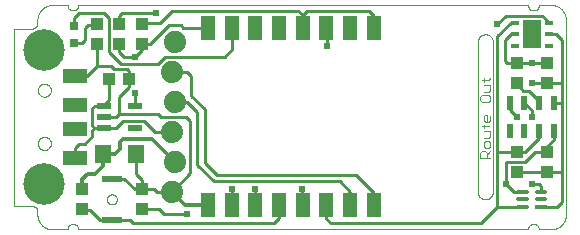
<source format=gtl>
G75*
%MOIN*%
%OFA0B0*%
%FSLAX25Y25*%
%IPPOS*%
%LPD*%
%AMOC8*
5,1,8,0,0,1.08239X$1,22.5*
%
%ADD10C,0.00000*%
%ADD11C,0.00200*%
%ADD12R,0.04724X0.07874*%
%ADD13R,0.02800X0.01600*%
%ADD14R,0.05900X0.09400*%
%ADD15R,0.03937X0.04331*%
%ADD16C,0.13843*%
%ADD17R,0.07874X0.04724*%
%ADD18R,0.04331X0.03937*%
%ADD19R,0.03150X0.03150*%
%ADD20R,0.04724X0.02165*%
%ADD21C,0.07400*%
%ADD22R,0.06693X0.02362*%
%ADD23R,0.05512X0.06299*%
%ADD24R,0.04134X0.01181*%
%ADD25C,0.01181*%
%ADD26R,0.01969X0.04724*%
%ADD27C,0.01000*%
%ADD28C,0.01200*%
%ADD29C,0.02400*%
D10*
X0059959Y0009119D02*
X0059959Y0068175D01*
X0065864Y0068175D01*
X0065864Y0068174D02*
X0065950Y0068176D01*
X0066036Y0068181D01*
X0066121Y0068191D01*
X0066206Y0068204D01*
X0066290Y0068221D01*
X0066374Y0068241D01*
X0066456Y0068265D01*
X0066537Y0068293D01*
X0066618Y0068324D01*
X0066696Y0068358D01*
X0066773Y0068396D01*
X0066849Y0068438D01*
X0066922Y0068482D01*
X0066993Y0068530D01*
X0067063Y0068581D01*
X0067130Y0068635D01*
X0067194Y0068691D01*
X0067256Y0068751D01*
X0067316Y0068813D01*
X0067372Y0068877D01*
X0067426Y0068944D01*
X0067477Y0069014D01*
X0067525Y0069085D01*
X0067569Y0069159D01*
X0067611Y0069234D01*
X0067649Y0069311D01*
X0067683Y0069389D01*
X0067714Y0069470D01*
X0067742Y0069551D01*
X0067766Y0069633D01*
X0067786Y0069717D01*
X0067803Y0069801D01*
X0067816Y0069886D01*
X0067826Y0069971D01*
X0067831Y0070057D01*
X0067833Y0070143D01*
X0067833Y0071049D01*
X0067835Y0071189D01*
X0067841Y0071329D01*
X0067851Y0071469D01*
X0067864Y0071609D01*
X0067882Y0071748D01*
X0067904Y0071887D01*
X0067929Y0072024D01*
X0067958Y0072162D01*
X0067991Y0072298D01*
X0068028Y0072433D01*
X0068069Y0072567D01*
X0068114Y0072700D01*
X0068162Y0072832D01*
X0068214Y0072962D01*
X0068269Y0073091D01*
X0068328Y0073218D01*
X0068391Y0073344D01*
X0068457Y0073468D01*
X0068526Y0073589D01*
X0068599Y0073709D01*
X0068676Y0073827D01*
X0068755Y0073942D01*
X0068838Y0074056D01*
X0068924Y0074166D01*
X0069013Y0074275D01*
X0069105Y0074381D01*
X0069200Y0074484D01*
X0069297Y0074585D01*
X0069398Y0074682D01*
X0069501Y0074777D01*
X0069607Y0074869D01*
X0069716Y0074958D01*
X0069826Y0075044D01*
X0069940Y0075127D01*
X0070055Y0075206D01*
X0070173Y0075283D01*
X0070293Y0075356D01*
X0070414Y0075425D01*
X0070538Y0075491D01*
X0070664Y0075554D01*
X0070791Y0075613D01*
X0070920Y0075668D01*
X0071050Y0075720D01*
X0071182Y0075768D01*
X0071315Y0075813D01*
X0071449Y0075854D01*
X0071584Y0075891D01*
X0071720Y0075924D01*
X0071858Y0075953D01*
X0071995Y0075978D01*
X0072134Y0076000D01*
X0072273Y0076018D01*
X0072413Y0076031D01*
X0072553Y0076041D01*
X0072693Y0076047D01*
X0072833Y0076049D01*
X0077963Y0076049D01*
X0077963Y0075617D01*
X0077965Y0075549D01*
X0077970Y0075482D01*
X0077979Y0075415D01*
X0077992Y0075348D01*
X0078009Y0075283D01*
X0078028Y0075218D01*
X0078052Y0075154D01*
X0078079Y0075092D01*
X0078109Y0075031D01*
X0078142Y0074973D01*
X0078178Y0074916D01*
X0078218Y0074861D01*
X0078260Y0074808D01*
X0078306Y0074757D01*
X0078353Y0074710D01*
X0078404Y0074664D01*
X0078457Y0074622D01*
X0078512Y0074582D01*
X0078569Y0074546D01*
X0078627Y0074513D01*
X0078688Y0074483D01*
X0078750Y0074456D01*
X0078814Y0074432D01*
X0078879Y0074413D01*
X0078944Y0074396D01*
X0079011Y0074383D01*
X0079078Y0074374D01*
X0079145Y0074369D01*
X0079213Y0074367D01*
X0080075Y0074367D01*
X0080143Y0074369D01*
X0080210Y0074374D01*
X0080277Y0074383D01*
X0080344Y0074396D01*
X0080409Y0074413D01*
X0080474Y0074432D01*
X0080538Y0074456D01*
X0080600Y0074483D01*
X0080661Y0074513D01*
X0080719Y0074546D01*
X0080776Y0074582D01*
X0080831Y0074622D01*
X0080884Y0074664D01*
X0080935Y0074710D01*
X0080982Y0074757D01*
X0081028Y0074808D01*
X0081070Y0074861D01*
X0081110Y0074916D01*
X0081146Y0074973D01*
X0081179Y0075031D01*
X0081209Y0075092D01*
X0081236Y0075154D01*
X0081260Y0075218D01*
X0081279Y0075283D01*
X0081296Y0075348D01*
X0081309Y0075415D01*
X0081318Y0075482D01*
X0081323Y0075549D01*
X0081325Y0075617D01*
X0081325Y0076049D01*
X0231506Y0076049D01*
X0231506Y0075617D01*
X0231508Y0075549D01*
X0231513Y0075482D01*
X0231522Y0075415D01*
X0231535Y0075348D01*
X0231552Y0075283D01*
X0231571Y0075218D01*
X0231595Y0075154D01*
X0231622Y0075092D01*
X0231652Y0075031D01*
X0231685Y0074973D01*
X0231721Y0074916D01*
X0231761Y0074861D01*
X0231803Y0074808D01*
X0231849Y0074757D01*
X0231896Y0074710D01*
X0231947Y0074664D01*
X0232000Y0074622D01*
X0232055Y0074582D01*
X0232112Y0074546D01*
X0232170Y0074513D01*
X0232231Y0074483D01*
X0232293Y0074456D01*
X0232357Y0074432D01*
X0232422Y0074413D01*
X0232487Y0074396D01*
X0232554Y0074383D01*
X0232621Y0074374D01*
X0232688Y0074369D01*
X0232756Y0074367D01*
X0233618Y0074367D01*
X0233686Y0074369D01*
X0233753Y0074374D01*
X0233820Y0074383D01*
X0233887Y0074396D01*
X0233952Y0074413D01*
X0234017Y0074432D01*
X0234081Y0074456D01*
X0234143Y0074483D01*
X0234204Y0074513D01*
X0234262Y0074546D01*
X0234319Y0074582D01*
X0234374Y0074622D01*
X0234427Y0074664D01*
X0234478Y0074710D01*
X0234525Y0074757D01*
X0234571Y0074808D01*
X0234613Y0074861D01*
X0234653Y0074916D01*
X0234689Y0074973D01*
X0234722Y0075031D01*
X0234752Y0075092D01*
X0234779Y0075154D01*
X0234803Y0075218D01*
X0234822Y0075283D01*
X0234839Y0075348D01*
X0234852Y0075415D01*
X0234861Y0075482D01*
X0234866Y0075549D01*
X0234868Y0075617D01*
X0234868Y0076049D01*
X0238998Y0076049D01*
X0239138Y0076047D01*
X0239278Y0076041D01*
X0239418Y0076031D01*
X0239558Y0076018D01*
X0239697Y0076000D01*
X0239836Y0075978D01*
X0239973Y0075953D01*
X0240111Y0075924D01*
X0240247Y0075891D01*
X0240382Y0075854D01*
X0240516Y0075813D01*
X0240649Y0075768D01*
X0240781Y0075720D01*
X0240911Y0075668D01*
X0241040Y0075613D01*
X0241167Y0075554D01*
X0241293Y0075491D01*
X0241417Y0075425D01*
X0241538Y0075356D01*
X0241658Y0075283D01*
X0241776Y0075206D01*
X0241891Y0075127D01*
X0242005Y0075044D01*
X0242115Y0074958D01*
X0242224Y0074869D01*
X0242330Y0074777D01*
X0242433Y0074682D01*
X0242534Y0074585D01*
X0242631Y0074484D01*
X0242726Y0074381D01*
X0242818Y0074275D01*
X0242907Y0074166D01*
X0242993Y0074056D01*
X0243076Y0073942D01*
X0243155Y0073827D01*
X0243232Y0073709D01*
X0243305Y0073589D01*
X0243374Y0073468D01*
X0243440Y0073344D01*
X0243503Y0073218D01*
X0243562Y0073091D01*
X0243617Y0072962D01*
X0243669Y0072832D01*
X0243717Y0072700D01*
X0243762Y0072567D01*
X0243803Y0072433D01*
X0243840Y0072298D01*
X0243873Y0072162D01*
X0243902Y0072024D01*
X0243927Y0071887D01*
X0243949Y0071748D01*
X0243967Y0071609D01*
X0243980Y0071469D01*
X0243990Y0071329D01*
X0243996Y0071189D01*
X0243998Y0071049D01*
X0243998Y0006245D01*
X0243996Y0006105D01*
X0243990Y0005965D01*
X0243980Y0005825D01*
X0243967Y0005685D01*
X0243949Y0005546D01*
X0243927Y0005407D01*
X0243902Y0005270D01*
X0243873Y0005132D01*
X0243840Y0004996D01*
X0243803Y0004861D01*
X0243762Y0004727D01*
X0243717Y0004594D01*
X0243669Y0004462D01*
X0243617Y0004332D01*
X0243562Y0004203D01*
X0243503Y0004076D01*
X0243440Y0003950D01*
X0243374Y0003826D01*
X0243305Y0003705D01*
X0243232Y0003585D01*
X0243155Y0003467D01*
X0243076Y0003352D01*
X0242993Y0003238D01*
X0242907Y0003128D01*
X0242818Y0003019D01*
X0242726Y0002913D01*
X0242631Y0002810D01*
X0242534Y0002709D01*
X0242433Y0002612D01*
X0242330Y0002517D01*
X0242224Y0002425D01*
X0242115Y0002336D01*
X0242005Y0002250D01*
X0241891Y0002167D01*
X0241776Y0002088D01*
X0241658Y0002011D01*
X0241538Y0001938D01*
X0241417Y0001869D01*
X0241293Y0001803D01*
X0241167Y0001740D01*
X0241040Y0001681D01*
X0240911Y0001626D01*
X0240781Y0001574D01*
X0240649Y0001526D01*
X0240516Y0001481D01*
X0240382Y0001440D01*
X0240247Y0001403D01*
X0240111Y0001370D01*
X0239973Y0001341D01*
X0239836Y0001316D01*
X0239697Y0001294D01*
X0239558Y0001276D01*
X0239418Y0001263D01*
X0239278Y0001253D01*
X0239138Y0001247D01*
X0238998Y0001245D01*
X0234868Y0001245D01*
X0234868Y0001677D01*
X0234866Y0001745D01*
X0234861Y0001812D01*
X0234852Y0001879D01*
X0234839Y0001946D01*
X0234822Y0002011D01*
X0234803Y0002076D01*
X0234779Y0002140D01*
X0234752Y0002202D01*
X0234722Y0002263D01*
X0234689Y0002321D01*
X0234653Y0002378D01*
X0234613Y0002433D01*
X0234571Y0002486D01*
X0234525Y0002537D01*
X0234478Y0002584D01*
X0234427Y0002630D01*
X0234374Y0002672D01*
X0234319Y0002712D01*
X0234262Y0002748D01*
X0234204Y0002781D01*
X0234143Y0002811D01*
X0234081Y0002838D01*
X0234017Y0002862D01*
X0233952Y0002881D01*
X0233887Y0002898D01*
X0233820Y0002911D01*
X0233753Y0002920D01*
X0233686Y0002925D01*
X0233618Y0002927D01*
X0232756Y0002927D01*
X0232688Y0002925D01*
X0232621Y0002920D01*
X0232554Y0002911D01*
X0232487Y0002898D01*
X0232422Y0002881D01*
X0232357Y0002862D01*
X0232293Y0002838D01*
X0232231Y0002811D01*
X0232170Y0002781D01*
X0232112Y0002748D01*
X0232055Y0002712D01*
X0232000Y0002672D01*
X0231947Y0002630D01*
X0231896Y0002584D01*
X0231849Y0002537D01*
X0231803Y0002486D01*
X0231761Y0002433D01*
X0231721Y0002378D01*
X0231685Y0002321D01*
X0231652Y0002263D01*
X0231622Y0002202D01*
X0231595Y0002140D01*
X0231571Y0002076D01*
X0231552Y0002011D01*
X0231535Y0001946D01*
X0231522Y0001879D01*
X0231513Y0001812D01*
X0231508Y0001745D01*
X0231506Y0001677D01*
X0231506Y0001245D01*
X0081325Y0001245D01*
X0081325Y0001677D01*
X0081323Y0001745D01*
X0081318Y0001812D01*
X0081309Y0001879D01*
X0081296Y0001946D01*
X0081279Y0002011D01*
X0081260Y0002076D01*
X0081236Y0002140D01*
X0081209Y0002202D01*
X0081179Y0002263D01*
X0081146Y0002321D01*
X0081110Y0002378D01*
X0081070Y0002433D01*
X0081028Y0002486D01*
X0080982Y0002537D01*
X0080935Y0002584D01*
X0080884Y0002630D01*
X0080831Y0002672D01*
X0080776Y0002712D01*
X0080719Y0002748D01*
X0080661Y0002781D01*
X0080600Y0002811D01*
X0080538Y0002838D01*
X0080474Y0002862D01*
X0080409Y0002881D01*
X0080344Y0002898D01*
X0080277Y0002911D01*
X0080210Y0002920D01*
X0080143Y0002925D01*
X0080075Y0002927D01*
X0079213Y0002927D01*
X0079145Y0002925D01*
X0079078Y0002920D01*
X0079011Y0002911D01*
X0078944Y0002898D01*
X0078879Y0002881D01*
X0078814Y0002862D01*
X0078750Y0002838D01*
X0078688Y0002811D01*
X0078627Y0002781D01*
X0078569Y0002748D01*
X0078512Y0002712D01*
X0078457Y0002672D01*
X0078404Y0002630D01*
X0078353Y0002584D01*
X0078306Y0002537D01*
X0078260Y0002486D01*
X0078218Y0002433D01*
X0078178Y0002378D01*
X0078142Y0002321D01*
X0078109Y0002263D01*
X0078079Y0002202D01*
X0078052Y0002140D01*
X0078028Y0002076D01*
X0078009Y0002011D01*
X0077992Y0001946D01*
X0077979Y0001879D01*
X0077970Y0001812D01*
X0077965Y0001745D01*
X0077963Y0001677D01*
X0077963Y0001245D01*
X0072833Y0001245D01*
X0072693Y0001247D01*
X0072553Y0001253D01*
X0072413Y0001263D01*
X0072273Y0001276D01*
X0072134Y0001294D01*
X0071995Y0001316D01*
X0071858Y0001341D01*
X0071720Y0001370D01*
X0071584Y0001403D01*
X0071449Y0001440D01*
X0071315Y0001481D01*
X0071182Y0001526D01*
X0071050Y0001574D01*
X0070920Y0001626D01*
X0070791Y0001681D01*
X0070664Y0001740D01*
X0070538Y0001803D01*
X0070414Y0001869D01*
X0070293Y0001938D01*
X0070173Y0002011D01*
X0070055Y0002088D01*
X0069940Y0002167D01*
X0069826Y0002250D01*
X0069716Y0002336D01*
X0069607Y0002425D01*
X0069501Y0002517D01*
X0069398Y0002612D01*
X0069297Y0002709D01*
X0069200Y0002810D01*
X0069105Y0002913D01*
X0069013Y0003019D01*
X0068924Y0003128D01*
X0068838Y0003238D01*
X0068755Y0003352D01*
X0068676Y0003467D01*
X0068599Y0003585D01*
X0068526Y0003705D01*
X0068457Y0003826D01*
X0068391Y0003950D01*
X0068328Y0004076D01*
X0068269Y0004203D01*
X0068214Y0004332D01*
X0068162Y0004462D01*
X0068114Y0004594D01*
X0068069Y0004727D01*
X0068028Y0004861D01*
X0067991Y0004996D01*
X0067958Y0005132D01*
X0067929Y0005270D01*
X0067904Y0005407D01*
X0067882Y0005546D01*
X0067864Y0005685D01*
X0067851Y0005825D01*
X0067841Y0005965D01*
X0067835Y0006105D01*
X0067833Y0006245D01*
X0067833Y0007151D01*
X0067831Y0007237D01*
X0067826Y0007323D01*
X0067816Y0007408D01*
X0067803Y0007493D01*
X0067786Y0007577D01*
X0067766Y0007661D01*
X0067742Y0007743D01*
X0067714Y0007824D01*
X0067683Y0007905D01*
X0067649Y0007983D01*
X0067611Y0008060D01*
X0067569Y0008136D01*
X0067525Y0008209D01*
X0067477Y0008280D01*
X0067426Y0008350D01*
X0067372Y0008417D01*
X0067316Y0008481D01*
X0067256Y0008543D01*
X0067194Y0008603D01*
X0067130Y0008659D01*
X0067063Y0008713D01*
X0066993Y0008764D01*
X0066922Y0008812D01*
X0066849Y0008856D01*
X0066773Y0008898D01*
X0066696Y0008936D01*
X0066618Y0008970D01*
X0066537Y0009001D01*
X0066456Y0009029D01*
X0066374Y0009053D01*
X0066290Y0009073D01*
X0066206Y0009090D01*
X0066121Y0009103D01*
X0066036Y0009113D01*
X0065950Y0009118D01*
X0065864Y0009120D01*
X0065864Y0009119D02*
X0059959Y0009119D01*
X0090975Y0011245D02*
X0090977Y0011326D01*
X0090983Y0011408D01*
X0090993Y0011489D01*
X0091007Y0011569D01*
X0091024Y0011648D01*
X0091046Y0011727D01*
X0091071Y0011804D01*
X0091100Y0011881D01*
X0091133Y0011955D01*
X0091170Y0012028D01*
X0091209Y0012099D01*
X0091253Y0012168D01*
X0091299Y0012235D01*
X0091349Y0012299D01*
X0091402Y0012361D01*
X0091458Y0012421D01*
X0091516Y0012477D01*
X0091578Y0012531D01*
X0091642Y0012582D01*
X0091708Y0012629D01*
X0091776Y0012673D01*
X0091847Y0012714D01*
X0091919Y0012751D01*
X0091994Y0012785D01*
X0092069Y0012815D01*
X0092147Y0012841D01*
X0092225Y0012864D01*
X0092304Y0012882D01*
X0092384Y0012897D01*
X0092465Y0012908D01*
X0092546Y0012915D01*
X0092628Y0012918D01*
X0092709Y0012917D01*
X0092790Y0012912D01*
X0092871Y0012903D01*
X0092952Y0012890D01*
X0093032Y0012873D01*
X0093110Y0012853D01*
X0093188Y0012828D01*
X0093265Y0012800D01*
X0093340Y0012768D01*
X0093413Y0012733D01*
X0093484Y0012694D01*
X0093554Y0012651D01*
X0093621Y0012606D01*
X0093687Y0012557D01*
X0093749Y0012505D01*
X0093809Y0012449D01*
X0093866Y0012391D01*
X0093921Y0012331D01*
X0093972Y0012267D01*
X0094020Y0012202D01*
X0094065Y0012134D01*
X0094107Y0012064D01*
X0094145Y0011992D01*
X0094180Y0011918D01*
X0094211Y0011843D01*
X0094238Y0011766D01*
X0094261Y0011688D01*
X0094281Y0011609D01*
X0094297Y0011529D01*
X0094309Y0011448D01*
X0094317Y0011367D01*
X0094321Y0011286D01*
X0094321Y0011204D01*
X0094317Y0011123D01*
X0094309Y0011042D01*
X0094297Y0010961D01*
X0094281Y0010881D01*
X0094261Y0010802D01*
X0094238Y0010724D01*
X0094211Y0010647D01*
X0094180Y0010572D01*
X0094145Y0010498D01*
X0094107Y0010426D01*
X0094065Y0010356D01*
X0094020Y0010288D01*
X0093972Y0010223D01*
X0093921Y0010159D01*
X0093866Y0010099D01*
X0093809Y0010041D01*
X0093749Y0009985D01*
X0093687Y0009933D01*
X0093621Y0009884D01*
X0093554Y0009839D01*
X0093485Y0009796D01*
X0093413Y0009757D01*
X0093340Y0009722D01*
X0093265Y0009690D01*
X0093188Y0009662D01*
X0093110Y0009637D01*
X0093032Y0009617D01*
X0092952Y0009600D01*
X0092871Y0009587D01*
X0092790Y0009578D01*
X0092709Y0009573D01*
X0092628Y0009572D01*
X0092546Y0009575D01*
X0092465Y0009582D01*
X0092384Y0009593D01*
X0092304Y0009608D01*
X0092225Y0009626D01*
X0092147Y0009649D01*
X0092069Y0009675D01*
X0091994Y0009705D01*
X0091919Y0009739D01*
X0091847Y0009776D01*
X0091776Y0009817D01*
X0091708Y0009861D01*
X0091642Y0009908D01*
X0091578Y0009959D01*
X0091516Y0010013D01*
X0091458Y0010069D01*
X0091402Y0010129D01*
X0091349Y0010191D01*
X0091299Y0010255D01*
X0091253Y0010322D01*
X0091209Y0010391D01*
X0091170Y0010462D01*
X0091133Y0010535D01*
X0091100Y0010609D01*
X0091071Y0010686D01*
X0091046Y0010763D01*
X0091024Y0010842D01*
X0091007Y0010921D01*
X0090993Y0011001D01*
X0090983Y0011082D01*
X0090977Y0011164D01*
X0090975Y0011245D01*
X0067983Y0029887D02*
X0067985Y0029980D01*
X0067991Y0030072D01*
X0068001Y0030164D01*
X0068015Y0030255D01*
X0068032Y0030346D01*
X0068054Y0030436D01*
X0068079Y0030525D01*
X0068108Y0030613D01*
X0068141Y0030699D01*
X0068178Y0030784D01*
X0068218Y0030868D01*
X0068262Y0030949D01*
X0068309Y0031029D01*
X0068359Y0031107D01*
X0068413Y0031182D01*
X0068470Y0031255D01*
X0068530Y0031325D01*
X0068593Y0031393D01*
X0068659Y0031458D01*
X0068727Y0031520D01*
X0068798Y0031580D01*
X0068872Y0031636D01*
X0068948Y0031689D01*
X0069026Y0031738D01*
X0069106Y0031785D01*
X0069188Y0031827D01*
X0069272Y0031867D01*
X0069357Y0031902D01*
X0069444Y0031934D01*
X0069532Y0031963D01*
X0069621Y0031987D01*
X0069711Y0032008D01*
X0069802Y0032024D01*
X0069894Y0032037D01*
X0069986Y0032046D01*
X0070079Y0032051D01*
X0070171Y0032052D01*
X0070264Y0032049D01*
X0070356Y0032042D01*
X0070448Y0032031D01*
X0070539Y0032016D01*
X0070630Y0031998D01*
X0070720Y0031975D01*
X0070808Y0031949D01*
X0070896Y0031919D01*
X0070982Y0031885D01*
X0071066Y0031848D01*
X0071149Y0031806D01*
X0071230Y0031762D01*
X0071310Y0031714D01*
X0071387Y0031663D01*
X0071461Y0031608D01*
X0071534Y0031550D01*
X0071604Y0031490D01*
X0071671Y0031426D01*
X0071735Y0031360D01*
X0071797Y0031290D01*
X0071855Y0031219D01*
X0071910Y0031145D01*
X0071962Y0031068D01*
X0072011Y0030989D01*
X0072057Y0030909D01*
X0072099Y0030826D01*
X0072137Y0030742D01*
X0072172Y0030656D01*
X0072203Y0030569D01*
X0072230Y0030481D01*
X0072253Y0030391D01*
X0072273Y0030301D01*
X0072289Y0030210D01*
X0072301Y0030118D01*
X0072309Y0030026D01*
X0072313Y0029933D01*
X0072313Y0029841D01*
X0072309Y0029748D01*
X0072301Y0029656D01*
X0072289Y0029564D01*
X0072273Y0029473D01*
X0072253Y0029383D01*
X0072230Y0029293D01*
X0072203Y0029205D01*
X0072172Y0029118D01*
X0072137Y0029032D01*
X0072099Y0028948D01*
X0072057Y0028865D01*
X0072011Y0028785D01*
X0071962Y0028706D01*
X0071910Y0028629D01*
X0071855Y0028555D01*
X0071797Y0028484D01*
X0071735Y0028414D01*
X0071671Y0028348D01*
X0071604Y0028284D01*
X0071534Y0028224D01*
X0071461Y0028166D01*
X0071387Y0028111D01*
X0071310Y0028060D01*
X0071231Y0028012D01*
X0071149Y0027968D01*
X0071066Y0027926D01*
X0070982Y0027889D01*
X0070896Y0027855D01*
X0070808Y0027825D01*
X0070720Y0027799D01*
X0070630Y0027776D01*
X0070539Y0027758D01*
X0070448Y0027743D01*
X0070356Y0027732D01*
X0070264Y0027725D01*
X0070171Y0027722D01*
X0070079Y0027723D01*
X0069986Y0027728D01*
X0069894Y0027737D01*
X0069802Y0027750D01*
X0069711Y0027766D01*
X0069621Y0027787D01*
X0069532Y0027811D01*
X0069444Y0027840D01*
X0069357Y0027872D01*
X0069272Y0027907D01*
X0069188Y0027947D01*
X0069106Y0027989D01*
X0069026Y0028036D01*
X0068948Y0028085D01*
X0068872Y0028138D01*
X0068798Y0028194D01*
X0068727Y0028254D01*
X0068659Y0028316D01*
X0068593Y0028381D01*
X0068530Y0028449D01*
X0068470Y0028519D01*
X0068413Y0028592D01*
X0068359Y0028667D01*
X0068309Y0028745D01*
X0068262Y0028825D01*
X0068218Y0028906D01*
X0068178Y0028990D01*
X0068141Y0029075D01*
X0068108Y0029161D01*
X0068079Y0029249D01*
X0068054Y0029338D01*
X0068032Y0029428D01*
X0068015Y0029519D01*
X0068001Y0029610D01*
X0067991Y0029702D01*
X0067985Y0029794D01*
X0067983Y0029887D01*
X0067983Y0047604D02*
X0067985Y0047697D01*
X0067991Y0047789D01*
X0068001Y0047881D01*
X0068015Y0047972D01*
X0068032Y0048063D01*
X0068054Y0048153D01*
X0068079Y0048242D01*
X0068108Y0048330D01*
X0068141Y0048416D01*
X0068178Y0048501D01*
X0068218Y0048585D01*
X0068262Y0048666D01*
X0068309Y0048746D01*
X0068359Y0048824D01*
X0068413Y0048899D01*
X0068470Y0048972D01*
X0068530Y0049042D01*
X0068593Y0049110D01*
X0068659Y0049175D01*
X0068727Y0049237D01*
X0068798Y0049297D01*
X0068872Y0049353D01*
X0068948Y0049406D01*
X0069026Y0049455D01*
X0069106Y0049502D01*
X0069188Y0049544D01*
X0069272Y0049584D01*
X0069357Y0049619D01*
X0069444Y0049651D01*
X0069532Y0049680D01*
X0069621Y0049704D01*
X0069711Y0049725D01*
X0069802Y0049741D01*
X0069894Y0049754D01*
X0069986Y0049763D01*
X0070079Y0049768D01*
X0070171Y0049769D01*
X0070264Y0049766D01*
X0070356Y0049759D01*
X0070448Y0049748D01*
X0070539Y0049733D01*
X0070630Y0049715D01*
X0070720Y0049692D01*
X0070808Y0049666D01*
X0070896Y0049636D01*
X0070982Y0049602D01*
X0071066Y0049565D01*
X0071149Y0049523D01*
X0071230Y0049479D01*
X0071310Y0049431D01*
X0071387Y0049380D01*
X0071461Y0049325D01*
X0071534Y0049267D01*
X0071604Y0049207D01*
X0071671Y0049143D01*
X0071735Y0049077D01*
X0071797Y0049007D01*
X0071855Y0048936D01*
X0071910Y0048862D01*
X0071962Y0048785D01*
X0072011Y0048706D01*
X0072057Y0048626D01*
X0072099Y0048543D01*
X0072137Y0048459D01*
X0072172Y0048373D01*
X0072203Y0048286D01*
X0072230Y0048198D01*
X0072253Y0048108D01*
X0072273Y0048018D01*
X0072289Y0047927D01*
X0072301Y0047835D01*
X0072309Y0047743D01*
X0072313Y0047650D01*
X0072313Y0047558D01*
X0072309Y0047465D01*
X0072301Y0047373D01*
X0072289Y0047281D01*
X0072273Y0047190D01*
X0072253Y0047100D01*
X0072230Y0047010D01*
X0072203Y0046922D01*
X0072172Y0046835D01*
X0072137Y0046749D01*
X0072099Y0046665D01*
X0072057Y0046582D01*
X0072011Y0046502D01*
X0071962Y0046423D01*
X0071910Y0046346D01*
X0071855Y0046272D01*
X0071797Y0046201D01*
X0071735Y0046131D01*
X0071671Y0046065D01*
X0071604Y0046001D01*
X0071534Y0045941D01*
X0071461Y0045883D01*
X0071387Y0045828D01*
X0071310Y0045777D01*
X0071231Y0045729D01*
X0071149Y0045685D01*
X0071066Y0045643D01*
X0070982Y0045606D01*
X0070896Y0045572D01*
X0070808Y0045542D01*
X0070720Y0045516D01*
X0070630Y0045493D01*
X0070539Y0045475D01*
X0070448Y0045460D01*
X0070356Y0045449D01*
X0070264Y0045442D01*
X0070171Y0045439D01*
X0070079Y0045440D01*
X0069986Y0045445D01*
X0069894Y0045454D01*
X0069802Y0045467D01*
X0069711Y0045483D01*
X0069621Y0045504D01*
X0069532Y0045528D01*
X0069444Y0045557D01*
X0069357Y0045589D01*
X0069272Y0045624D01*
X0069188Y0045664D01*
X0069106Y0045706D01*
X0069026Y0045753D01*
X0068948Y0045802D01*
X0068872Y0045855D01*
X0068798Y0045911D01*
X0068727Y0045971D01*
X0068659Y0046033D01*
X0068593Y0046098D01*
X0068530Y0046166D01*
X0068470Y0046236D01*
X0068413Y0046309D01*
X0068359Y0046384D01*
X0068309Y0046462D01*
X0068262Y0046542D01*
X0068218Y0046623D01*
X0068178Y0046707D01*
X0068141Y0046792D01*
X0068108Y0046878D01*
X0068079Y0046966D01*
X0068054Y0047055D01*
X0068032Y0047145D01*
X0068015Y0047236D01*
X0068001Y0047327D01*
X0067991Y0047419D01*
X0067985Y0047511D01*
X0067983Y0047604D01*
X0214648Y0063745D02*
X0214648Y0013745D01*
X0217148Y0011245D02*
X0217246Y0011247D01*
X0217344Y0011253D01*
X0217442Y0011262D01*
X0217539Y0011276D01*
X0217636Y0011293D01*
X0217732Y0011314D01*
X0217827Y0011339D01*
X0217921Y0011367D01*
X0218013Y0011400D01*
X0218105Y0011435D01*
X0218195Y0011475D01*
X0218283Y0011517D01*
X0218370Y0011564D01*
X0218454Y0011613D01*
X0218537Y0011666D01*
X0218617Y0011722D01*
X0218696Y0011782D01*
X0218772Y0011844D01*
X0218845Y0011909D01*
X0218916Y0011977D01*
X0218984Y0012048D01*
X0219049Y0012121D01*
X0219111Y0012197D01*
X0219171Y0012276D01*
X0219227Y0012356D01*
X0219280Y0012439D01*
X0219329Y0012523D01*
X0219376Y0012610D01*
X0219418Y0012698D01*
X0219458Y0012788D01*
X0219493Y0012880D01*
X0219526Y0012972D01*
X0219554Y0013066D01*
X0219579Y0013161D01*
X0219600Y0013257D01*
X0219617Y0013354D01*
X0219631Y0013451D01*
X0219640Y0013549D01*
X0219646Y0013647D01*
X0219648Y0013745D01*
X0219648Y0063745D01*
X0217148Y0066245D02*
X0217050Y0066243D01*
X0216952Y0066237D01*
X0216854Y0066228D01*
X0216757Y0066214D01*
X0216660Y0066197D01*
X0216564Y0066176D01*
X0216469Y0066151D01*
X0216375Y0066123D01*
X0216283Y0066090D01*
X0216191Y0066055D01*
X0216101Y0066015D01*
X0216013Y0065973D01*
X0215926Y0065926D01*
X0215842Y0065877D01*
X0215759Y0065824D01*
X0215679Y0065768D01*
X0215600Y0065708D01*
X0215524Y0065646D01*
X0215451Y0065581D01*
X0215380Y0065513D01*
X0215312Y0065442D01*
X0215247Y0065369D01*
X0215185Y0065293D01*
X0215125Y0065214D01*
X0215069Y0065134D01*
X0215016Y0065051D01*
X0214967Y0064967D01*
X0214920Y0064880D01*
X0214878Y0064792D01*
X0214838Y0064702D01*
X0214803Y0064610D01*
X0214770Y0064518D01*
X0214742Y0064424D01*
X0214717Y0064329D01*
X0214696Y0064233D01*
X0214679Y0064136D01*
X0214665Y0064039D01*
X0214656Y0063941D01*
X0214650Y0063843D01*
X0214648Y0063745D01*
X0217148Y0066245D02*
X0217246Y0066243D01*
X0217344Y0066237D01*
X0217442Y0066228D01*
X0217539Y0066214D01*
X0217636Y0066197D01*
X0217732Y0066176D01*
X0217827Y0066151D01*
X0217921Y0066123D01*
X0218013Y0066090D01*
X0218105Y0066055D01*
X0218195Y0066015D01*
X0218283Y0065973D01*
X0218370Y0065926D01*
X0218454Y0065877D01*
X0218537Y0065824D01*
X0218617Y0065768D01*
X0218696Y0065708D01*
X0218772Y0065646D01*
X0218845Y0065581D01*
X0218916Y0065513D01*
X0218984Y0065442D01*
X0219049Y0065369D01*
X0219111Y0065293D01*
X0219171Y0065214D01*
X0219227Y0065134D01*
X0219280Y0065051D01*
X0219329Y0064967D01*
X0219376Y0064880D01*
X0219418Y0064792D01*
X0219458Y0064702D01*
X0219493Y0064610D01*
X0219526Y0064518D01*
X0219554Y0064424D01*
X0219579Y0064329D01*
X0219600Y0064233D01*
X0219617Y0064136D01*
X0219631Y0064039D01*
X0219640Y0063941D01*
X0219646Y0063843D01*
X0219648Y0063745D01*
X0214648Y0013745D02*
X0214650Y0013647D01*
X0214656Y0013549D01*
X0214665Y0013451D01*
X0214679Y0013354D01*
X0214696Y0013257D01*
X0214717Y0013161D01*
X0214742Y0013066D01*
X0214770Y0012972D01*
X0214803Y0012880D01*
X0214838Y0012788D01*
X0214878Y0012698D01*
X0214920Y0012610D01*
X0214967Y0012523D01*
X0215016Y0012439D01*
X0215069Y0012356D01*
X0215125Y0012276D01*
X0215185Y0012197D01*
X0215247Y0012121D01*
X0215312Y0012048D01*
X0215380Y0011977D01*
X0215451Y0011909D01*
X0215524Y0011844D01*
X0215600Y0011782D01*
X0215679Y0011722D01*
X0215759Y0011666D01*
X0215842Y0011613D01*
X0215926Y0011564D01*
X0216013Y0011517D01*
X0216101Y0011475D01*
X0216191Y0011435D01*
X0216283Y0011400D01*
X0216375Y0011367D01*
X0216469Y0011339D01*
X0216564Y0011314D01*
X0216660Y0011293D01*
X0216757Y0011276D01*
X0216854Y0011262D01*
X0216952Y0011253D01*
X0217050Y0011247D01*
X0217148Y0011245D01*
D11*
X0217713Y0025034D02*
X0217713Y0026735D01*
X0217146Y0027302D01*
X0216012Y0027302D01*
X0215445Y0026735D01*
X0215445Y0025034D01*
X0218848Y0025034D01*
X0217713Y0026168D02*
X0218848Y0027302D01*
X0218280Y0028348D02*
X0217146Y0028348D01*
X0216579Y0028916D01*
X0216579Y0030050D01*
X0217146Y0030617D01*
X0218280Y0030617D01*
X0218848Y0030050D01*
X0218848Y0028916D01*
X0218280Y0028348D01*
X0218280Y0031663D02*
X0216579Y0031663D01*
X0218280Y0031663D02*
X0218848Y0032230D01*
X0218848Y0033932D01*
X0216579Y0033932D01*
X0216579Y0034978D02*
X0216579Y0036112D01*
X0216012Y0035545D02*
X0218280Y0035545D01*
X0218848Y0036112D01*
X0218280Y0037188D02*
X0217146Y0037188D01*
X0216579Y0037755D01*
X0216579Y0038889D01*
X0217146Y0039457D01*
X0217713Y0039457D01*
X0217713Y0037188D01*
X0218280Y0037188D02*
X0218848Y0037755D01*
X0218848Y0038889D01*
X0218280Y0043818D02*
X0216012Y0043818D01*
X0215445Y0044385D01*
X0215445Y0045519D01*
X0216012Y0046086D01*
X0218280Y0046086D01*
X0218848Y0045519D01*
X0218848Y0044385D01*
X0218280Y0043818D01*
X0218280Y0047132D02*
X0216579Y0047132D01*
X0218280Y0047132D02*
X0218848Y0047700D01*
X0218848Y0049401D01*
X0216579Y0049401D01*
X0216579Y0050447D02*
X0216579Y0051582D01*
X0216012Y0051014D02*
X0218280Y0051014D01*
X0218848Y0051582D01*
D12*
X0179864Y0068273D03*
X0171990Y0068273D03*
X0164116Y0068273D03*
X0156242Y0068273D03*
X0148368Y0068273D03*
X0140494Y0068273D03*
X0132620Y0068273D03*
X0124746Y0068273D03*
X0124746Y0009218D03*
X0132620Y0009218D03*
X0140494Y0009218D03*
X0148368Y0009218D03*
X0156242Y0009218D03*
X0164116Y0009218D03*
X0171990Y0009218D03*
X0179864Y0009218D03*
D13*
X0226948Y0062345D03*
X0226948Y0066245D03*
X0226948Y0070145D03*
X0238348Y0070145D03*
X0238348Y0066245D03*
X0238348Y0062345D03*
D14*
X0232648Y0066245D03*
D15*
X0237648Y0056592D03*
X0227648Y0056592D03*
X0227648Y0049899D03*
X0237648Y0049899D03*
X0237648Y0027092D03*
X0227648Y0027092D03*
X0227648Y0020399D03*
X0237648Y0020399D03*
X0102648Y0014592D03*
X0102648Y0007899D03*
X0082648Y0007899D03*
X0082648Y0014592D03*
X0087648Y0062899D03*
X0095148Y0062899D03*
X0102648Y0062899D03*
X0102648Y0069592D03*
X0095148Y0069592D03*
X0087648Y0069592D03*
D16*
X0070148Y0061186D03*
X0070148Y0016304D03*
D17*
X0080384Y0024966D03*
X0080384Y0034808D03*
X0080384Y0042682D03*
X0080384Y0052525D03*
D18*
X0091801Y0051245D03*
X0098494Y0051245D03*
D19*
X0080148Y0063293D03*
X0080148Y0069198D03*
D20*
X0090029Y0042486D03*
X0100266Y0042486D03*
X0090029Y0038745D03*
X0090029Y0035005D03*
X0100266Y0035005D03*
D21*
X0112648Y0033745D03*
X0113648Y0043745D03*
X0112648Y0053745D03*
X0113648Y0063745D03*
X0113648Y0023745D03*
X0112648Y0013745D03*
D22*
X0092648Y0018135D03*
X0092648Y0004356D03*
D23*
X0089636Y0026245D03*
X0100659Y0026245D03*
D24*
X0235699Y0008686D03*
D25*
X0234222Y0011245D02*
X0237176Y0011245D01*
X0237176Y0011245D01*
X0234222Y0011245D01*
X0234222Y0011245D01*
X0231073Y0011245D02*
X0228119Y0011245D01*
X0231073Y0011245D02*
X0231073Y0011245D01*
X0228119Y0011245D01*
X0228119Y0011245D01*
X0228119Y0008686D02*
X0231073Y0008686D01*
X0231073Y0008686D01*
X0228119Y0008686D01*
X0228119Y0008686D01*
X0228119Y0013804D02*
X0231073Y0013804D01*
X0231073Y0013804D01*
X0228119Y0013804D01*
X0228119Y0013804D01*
X0234222Y0013804D02*
X0237176Y0013804D01*
X0237176Y0013804D01*
X0234222Y0013804D01*
X0234222Y0013804D01*
D26*
X0235108Y0034021D03*
X0230187Y0034021D03*
X0225266Y0034021D03*
X0240030Y0034021D03*
X0240030Y0043470D03*
X0235108Y0043470D03*
X0230187Y0043470D03*
X0225266Y0043470D03*
D27*
X0225266Y0041127D01*
X0227648Y0038745D01*
X0232648Y0038745D02*
X0232648Y0041009D01*
X0230187Y0043470D01*
X0235108Y0043470D02*
X0235398Y0043745D01*
X0231648Y0047495D01*
X0229773Y0047495D01*
X0227898Y0049370D01*
X0227648Y0049899D01*
X0232648Y0049899D02*
X0237648Y0049899D01*
X0242648Y0049899D01*
X0242648Y0064245D01*
X0240648Y0066245D01*
X0238348Y0066245D01*
X0238348Y0070145D02*
X0237898Y0070620D01*
X0236023Y0072495D01*
X0223898Y0072495D01*
X0221148Y0069745D01*
X0221148Y0065745D02*
X0225548Y0070145D01*
X0226948Y0070145D01*
X0226948Y0066245D02*
X0225648Y0066245D01*
X0223648Y0064245D01*
X0223648Y0057245D01*
X0224301Y0056592D01*
X0227648Y0056592D01*
X0227898Y0056870D01*
X0228176Y0056592D01*
X0232648Y0056592D01*
X0237648Y0056592D01*
X0242648Y0049899D02*
X0242648Y0043470D01*
X0242648Y0020399D01*
X0237648Y0020399D01*
X0227648Y0020399D01*
X0230398Y0023745D02*
X0224148Y0023745D01*
X0224148Y0016245D01*
X0226589Y0013804D01*
X0229596Y0013804D01*
X0232648Y0016245D02*
X0235148Y0016245D01*
X0235699Y0015694D01*
X0235699Y0013804D01*
X0241089Y0008686D02*
X0242648Y0010245D01*
X0242648Y0020399D01*
X0233744Y0027092D02*
X0230398Y0023745D01*
X0230494Y0027092D02*
X0227648Y0027092D01*
X0221148Y0027092D01*
X0221148Y0065745D01*
X0179864Y0068273D02*
X0179864Y0072529D01*
X0178348Y0074045D01*
X0157637Y0074045D01*
X0156242Y0072651D01*
X0156242Y0068273D01*
X0164116Y0068273D02*
X0164348Y0068041D01*
X0164348Y0062345D01*
X0179864Y0068273D02*
X0179848Y0068445D01*
X0156242Y0072651D02*
X0154848Y0074045D01*
X0112548Y0074045D01*
X0108548Y0070045D01*
X0102848Y0070045D01*
X0102648Y0069592D01*
X0095148Y0069592D02*
X0095148Y0072245D01*
X0096148Y0073245D01*
X0107348Y0073245D01*
X0111648Y0069245D02*
X0105301Y0062899D01*
X0102648Y0062899D01*
X0102648Y0061045D01*
X0100448Y0058845D01*
X0096548Y0058845D01*
X0095148Y0060245D01*
X0095148Y0062899D01*
X0091648Y0060445D02*
X0095648Y0056445D01*
X0107948Y0056445D01*
X0110348Y0058845D01*
X0130248Y0058845D01*
X0132648Y0061245D01*
X0132648Y0068245D01*
X0132620Y0068273D01*
X0124746Y0068273D02*
X0124648Y0068445D01*
X0116448Y0068445D01*
X0115648Y0069245D01*
X0111648Y0069245D01*
X0102648Y0062899D02*
X0102048Y0063645D01*
X0091648Y0060445D02*
X0091648Y0071645D01*
X0090048Y0073245D01*
X0081648Y0073245D01*
X0080148Y0071745D01*
X0080148Y0069198D01*
X0083648Y0068245D02*
X0083648Y0064245D01*
X0082648Y0063245D01*
X0080195Y0063245D01*
X0080148Y0063293D01*
X0087648Y0062899D02*
X0087648Y0062045D01*
X0087648Y0062899D02*
X0087648Y0055745D01*
X0092494Y0055745D01*
X0093494Y0054745D01*
X0097648Y0054745D01*
X0098494Y0053899D01*
X0098494Y0051245D01*
X0098494Y0048592D01*
X0095148Y0045245D01*
X0095148Y0039745D01*
X0108148Y0039745D01*
X0109148Y0038745D01*
X0117448Y0038745D01*
X0118848Y0037345D01*
X0118848Y0019945D01*
X0112648Y0013745D01*
X0107648Y0013745D01*
X0106801Y0014592D01*
X0102648Y0014592D01*
X0100301Y0014592D01*
X0096758Y0018135D01*
X0092648Y0018135D01*
X0100659Y0019734D02*
X0102648Y0017745D01*
X0102648Y0014592D01*
X0100659Y0019734D02*
X0100659Y0026245D01*
X0086148Y0032245D02*
X0083648Y0029745D01*
X0081648Y0029745D01*
X0080384Y0028482D01*
X0080384Y0024966D01*
X0079648Y0025245D01*
X0086148Y0032245D02*
X0086148Y0034265D01*
X0086888Y0035005D01*
X0090029Y0035005D01*
X0094007Y0035005D01*
X0096448Y0037445D01*
X0103348Y0037445D01*
X0107048Y0033745D01*
X0112648Y0033745D01*
X0095148Y0039745D02*
X0094148Y0038745D01*
X0090029Y0038745D01*
X0086888Y0035005D02*
X0086148Y0035745D01*
X0086148Y0041745D01*
X0086888Y0042486D01*
X0090029Y0042486D01*
X0090048Y0042845D01*
X0091648Y0044445D01*
X0091648Y0050845D01*
X0091801Y0051245D01*
X0087648Y0055745D02*
X0084427Y0052525D01*
X0080384Y0052525D01*
X0100448Y0046845D02*
X0100448Y0042845D01*
X0100266Y0042486D01*
X0113648Y0043745D02*
X0117648Y0043745D01*
X0121148Y0040245D01*
X0121148Y0022745D01*
X0126648Y0017245D01*
X0168648Y0017245D01*
X0172148Y0013745D01*
X0172148Y0009375D01*
X0171990Y0009218D01*
X0171848Y0009245D01*
X0179864Y0009218D02*
X0179864Y0013529D01*
X0174148Y0019245D01*
X0127648Y0019245D01*
X0123648Y0023245D01*
X0123648Y0041245D01*
X0119148Y0045745D01*
X0119148Y0052245D01*
X0117648Y0053745D01*
X0112648Y0053745D01*
X0084648Y0069245D02*
X0083648Y0068245D01*
X0084648Y0069245D02*
X0087648Y0069245D01*
X0087648Y0069592D01*
X0090029Y0035005D02*
X0090048Y0034845D01*
X0082848Y0014845D02*
X0082648Y0014592D01*
X0082648Y0007899D02*
X0082848Y0007645D01*
X0085448Y0007645D01*
X0088737Y0004356D01*
X0092648Y0004356D01*
X0098537Y0004356D01*
X0099648Y0003245D01*
X0146648Y0003245D01*
X0148368Y0004966D01*
X0148368Y0009218D01*
X0156148Y0009312D02*
X0156242Y0009218D01*
X0156148Y0009312D02*
X0156148Y0014745D01*
X0140494Y0014745D02*
X0140494Y0009218D01*
X0132620Y0009218D02*
X0132620Y0014718D01*
X0132648Y0014745D01*
X0132620Y0009218D02*
X0132148Y0008745D01*
X0125448Y0009245D02*
X0124746Y0009218D01*
X0124648Y0009245D01*
X0117648Y0006245D02*
X0110148Y0006245D01*
X0108494Y0007899D01*
X0102648Y0007899D01*
X0164116Y0009218D02*
X0164116Y0004777D01*
X0165648Y0003245D01*
X0215641Y0003245D01*
X0221082Y0008686D01*
X0221148Y0008745D01*
X0221148Y0027092D01*
X0230494Y0027092D02*
X0235108Y0031706D01*
X0235108Y0034021D01*
X0240030Y0034021D02*
X0240148Y0033903D01*
X0240148Y0031245D01*
X0237648Y0028745D01*
X0237648Y0027092D01*
X0233744Y0027092D01*
X0240030Y0043470D02*
X0242648Y0043470D01*
X0240030Y0043470D02*
X0239773Y0043745D01*
X0241089Y0008686D02*
X0235699Y0008686D01*
X0236023Y0008745D01*
X0229596Y0008686D02*
X0221082Y0008686D01*
D28*
X0124746Y0009218D02*
X0117175Y0009218D01*
X0112648Y0013745D01*
X0089636Y0022234D02*
X0087148Y0019745D01*
X0084648Y0019745D01*
X0082848Y0017945D01*
X0082848Y0014845D01*
X0089636Y0022234D02*
X0089636Y0026245D01*
X0093648Y0026245D01*
X0095301Y0027899D01*
X0095301Y0030245D01*
X0096301Y0031245D01*
X0106148Y0031245D01*
X0113648Y0023745D01*
D29*
X0132648Y0014745D03*
X0140494Y0014745D03*
X0156148Y0014745D03*
X0117648Y0006245D03*
X0224148Y0016245D03*
X0232648Y0016245D03*
X0232648Y0038745D03*
X0227648Y0038745D03*
X0232648Y0049899D03*
X0232648Y0056592D03*
X0221148Y0069745D03*
X0164348Y0062345D03*
X0107348Y0073245D03*
X0100448Y0058845D03*
X0100448Y0046845D03*
M02*

</source>
